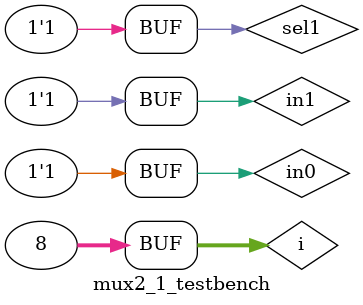
<source format=sv>
`timescale 1ns/10ps

module mux2_1(
	output logic out,
	input  logic in0, in1, sel1
	);

	parameter delay = 0.05;

//------Initialize and create inverted select signal-----------
	logic nsel1;

	not invtr1 (nsel1, sel1);


//------Create the multiplexer---------------------------------
	logic a, b;

	nand nand1 (a, in0, nsel1);
	nand nand2 (b, in1, sel1);
	nand nand3 (out, a, b);


endmodule

//------Testbench for 2_1 mux---------------------------------
module mux2_1_testbench();
	logic in0, in1, sel1;
	logic out;

	mux2_1 dut (.out, .in0, .in1, .sel1);

	integer i;
		initial begin
		for(i=0; i<8; i++) begin
			{sel1, in0, in1} = i; #10;
		end
	end
endmodule

</source>
